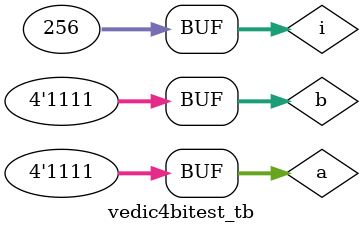
<source format=v>
`timescale 1 ns/1 ns
`include "vedic4bit.v"

module vedic4bitest_tb;
reg [3:0]a,b;
wire [7:0]t;
integer i;

vedic4bit n32(t,a,b);

initial
begin
$monitor ("a-%d,b-%d --> t-%d",a,b,t);
for(i=0;i<256;i=i+1)
begin
	{a,b}=i;#5;
end
end
endmodule

</source>
